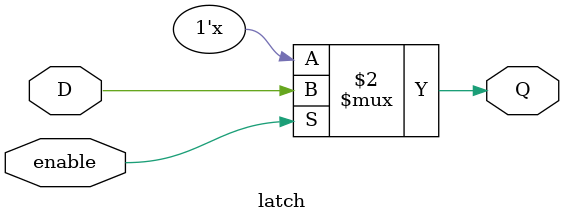
<source format=v>
module latch(

    input D,
    input enable,
    output reg Q
);

always @(enable or D) begin
  
    if (enable)
       Q <= D;
end

endmodule
</source>
